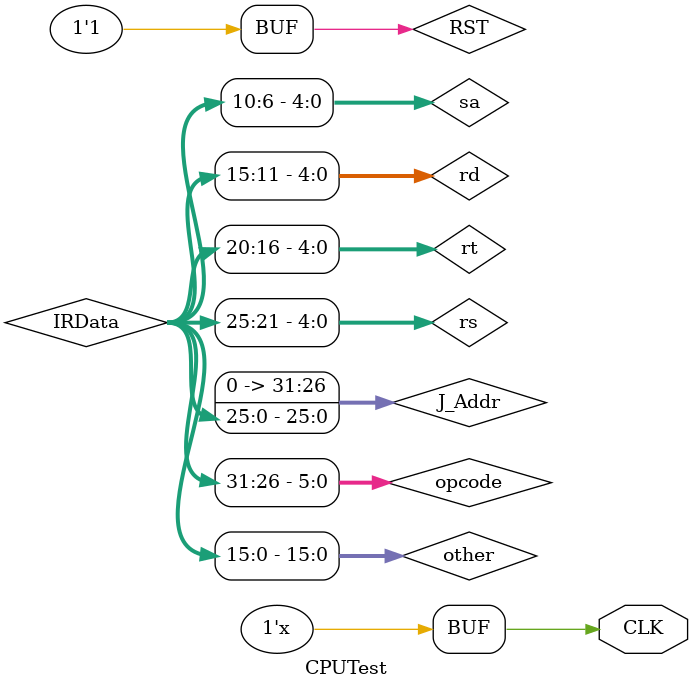
<source format=v>
`timescale 1ns / 1ps


module CPUTest(
    output reg CLK
    );
    always #3 CLK=~CLK;
    reg RST;
    //PC
    wire PCWre;
    wire[31:0] IAddr,PC_next;
    //PC_Control
    wire[31:0] J_Addr,Extend_Addr;
    wire[1:0] PC_Src;
    //InsMem
    wire InsMemRW;
    wire[31:0] IData;
    //IR
    wire[31:0] IRData;
    wire IRWre;
    //to Sep instruction
    wire[5:0] opcode=IRData[31:26];
    wire[4:0] rs=IRData[25:21];
    wire[4:0] rt=IRData[20:16];
    wire[4:0] rd=IRData[15:11];
    wire[4:0] sa=IRData[10:6];
    wire[15:0] other=IRData[15:0];
    assign J_Addr=IRData[25:0];
    //Write Reg
    wire[1:0] RegDst;
    wire[4:0] WreReg;
    wire[4:0] SelectTemp;
    assign SelectTemp=(RegDst[0]==0)?5'b11111:rt;
    assign WreReg=(RegDst[1]==0)?SelectTemp:rd;
    //Write Data
    wire[31:0] DataOut;
    wire[31:0] WreData;
    wire WrRegDSrc;
    //RegFile
    wire RegWre;
    wire[31:0] DataRed1;
    wire[31:0] DataRed2;
    //ADR
    wire[31:0] ADRData;
    SaveReg ADR(CLK,DataRed1,ADRData);
    //BDR
    wire[31:0] BDRData;
    SaveReg BDR(CLK,DataRed2,BDRData);
    //To ALU
    wire[31:0] ALUA,ALUB;
    wire ALUSrcA,ALUSrcB;
    //ALU
    wire Sign,Zero;
    wire[31:0] Result;
    wire[2:0] ALUOp;
    //ALUoutDR
    wire[31:0] ALUResData;
    SaveReg ALUoutDR(CLK,Result,ALUResData);
    //DataMEM
    wire RD,WR;
    wire[31:0] DataMEMOut;
    //DBDR
    wire[31:0] DBDRIn;
    wire DBDataSrc;
    Select_32 DBDR_Select_(DBDataSrc,Result,DataMEMOut,DBDRIn);
    wire[31:0] DBDROut;
    SaveReg DBDR(CLK,DBDRIn,DBDROut);
    //Extend
    wire ExtSel;
    Extend Extend_(ExtSel,other,Extend_Addr);
    PC PC_(CLK,RST,PCWre,PC_next,IAddr);
    PC_Control PC_Control_(IAddr,J_Addr,Extend_Addr,DataRed1,PC_Src,PC_next);
    InsMem InsMem_(IAddr,InsMemRW,IData);
    IR IR_(CLK,IRWre,IData,IRData);
    Select_32 WreDataSelect_(WrRegDSrc,IAddr+'b100,DBDROut,DataOut);
    RegFile RegFile_(CLK,RST,RegWre,rs,rt,WreReg,DataOut,DataRed1,DataRed2);
    Select_32 ALU_Select1(ALUSrcA,ADRData,{27'b0,sa},ALUA);
    Select_32 ALU_Select2(ALUSrcB,BDRData,Extend_Addr,ALUB);
    ALU ALU_(ALUOp,ALUA,ALUB,Sign,Zero,Result);
    DataMEM DataMEM_(ALUResData,BDRData,RD,WR,DataMEMOut);
    wire[3:0] stage,next_stage;
    ControlUnit ControlUnit_(CLK,RST,opcode,Zero,Sign,PC_Src,RegDst,InsMemRW,PCWre,ExtSel,DBDataSrc,WR,ALUSrcB,ALUSrcA,ALUOp,RegWre,RD,WrRegDSrc,IRWre,stage,next_stage);
    initial
        begin
            CLK=0;
            RST=0;
            #20 RST=1;
        end
endmodule
</source>
